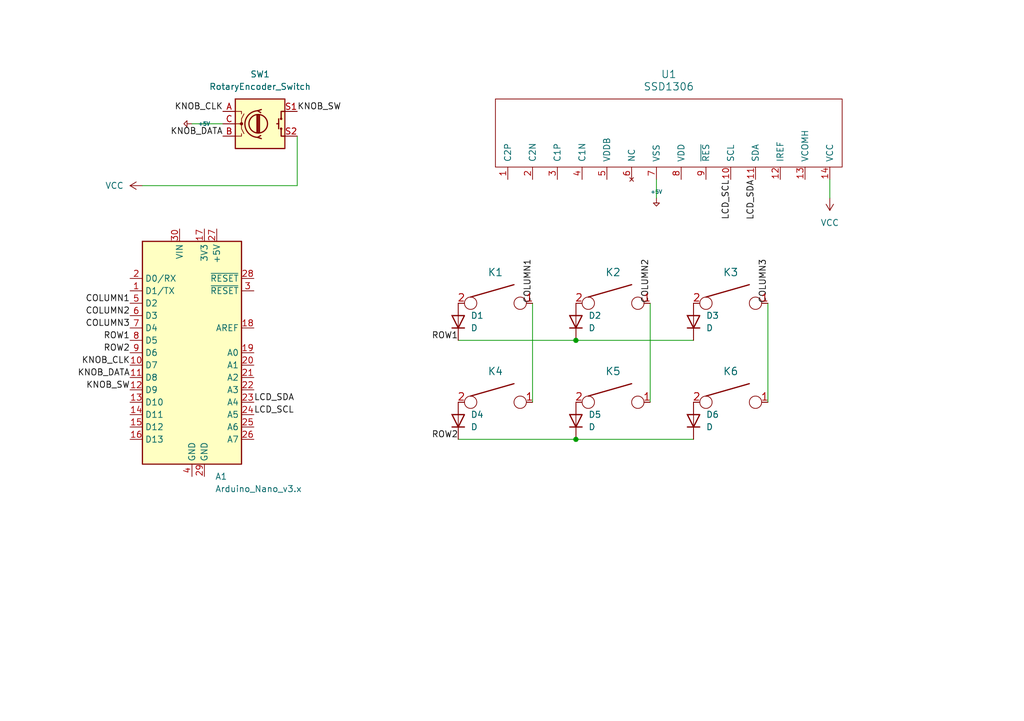
<source format=kicad_sch>
(kicad_sch (version 20230121) (generator eeschema)
  (paper "A5")
  (lib_symbols
    (symbol "Device:D" (pin_numbers hide) (pin_names (offset 1.016) hide)
      (property "Reference" "D" (at 0 2.54 0))
      (property "Value" "D" (at 0 -2.54 0))
      (symbol "D_0_1"
        (polyline (pts (xy -1.27 1.27) (xy -1.27 -1.27)) (stroke (width 0.254)))
        (polyline (pts (xy 1.27 0) (xy -1.27 0)))
        (polyline (pts (xy 1.27 1.27) (xy 1.27 -1.27) (xy -1.27 0) (xy 1.27 1.27)) (stroke (width 0.254)))
      )
      (symbol "D_1_1"
        (pin passive line (at -3.81 0 0) (length 2.54) (name "K") (number "1"))
        (pin passive line (at 3.81 0 180) (length 2.54) (name "A") (number "2"))
      )
    )
    (symbol "Device:RotaryEncoder_Switch" (pin_names (offset 0.254) hide)
      (property "Reference" "SW" (at 0 6.604 0))
      (property "Value" "RotaryEncoder_Switch" (at 0 -6.604 0))
      (symbol "RotaryEncoder_Switch_0_1"
        (rectangle (start -5.08 5.08) (end 5.08 -5.08) (stroke (width 0.254)) (fill (type background)))
        (circle (center -3.81 0) (radius 0.254) (fill (type outline)))
        (circle (center -0.381 0) (radius 1.905) (stroke (width 0.254)))
        (arc (start -0.381 2.667) (mid -3.0988 -0.0635) (end -0.381 -2.794) (stroke (width 0.254)))
        (polyline (pts (xy -0.635 -1.778) (xy -0.635 1.778)) (stroke (width 0.254)))
        (polyline (pts (xy -0.381 -1.778) (xy -0.381 1.778)) (stroke (width 0.254)))
        (polyline (pts (xy -0.127 1.778) (xy -0.127 -1.778)) (stroke (width 0.254)))
        (polyline (pts (xy 3.81 0) (xy 3.429 0)) (stroke (width 0.254)))
        (polyline (pts (xy 3.81 1.016) (xy 3.81 -1.016)) (stroke (width 0.254)))
        (polyline (pts (xy -5.08 -2.54) (xy -3.81 -2.54) (xy -3.81 -2.032)))
        (polyline (pts (xy -5.08 2.54) (xy -3.81 2.54) (xy -3.81 2.032)))
        (polyline (pts (xy 0.254 -3.048) (xy -0.508 -2.794) (xy 0.127 -2.413)) (stroke (width 0.254)))
        (polyline (pts (xy 0.254 2.921) (xy -0.508 2.667) (xy 0.127 2.286)) (stroke (width 0.254)))
        (polyline (pts (xy 5.08 -2.54) (xy 4.318 -2.54) (xy 4.318 -1.016)) (stroke (width 0.254)))
        (polyline (pts (xy 5.08 2.54) (xy 4.318 2.54) (xy 4.318 1.016)) (stroke (width 0.254)))
        (polyline (pts (xy -5.08 0) (xy -3.81 0) (xy -3.81 -1.016) (xy -3.302 -2.032)))
        (polyline (pts (xy -4.318 0) (xy -3.81 0) (xy -3.81 1.016) (xy -3.302 2.032)))
        (circle (center 4.318 -1.016) (radius 0.127) (stroke (width 0.254)))
        (circle (center 4.318 1.016) (radius 0.127) (stroke (width 0.254)))
      )
      (symbol "RotaryEncoder_Switch_1_1"
        (pin passive line (at -7.62 2.54 0) (length 2.54) (name "A") (number "A"))
        (pin passive line (at -7.62 -2.54 0) (length 2.54) (name "B") (number "B"))
        (pin passive line (at -7.62 0 0) (length 2.54) (name "C") (number "C"))
        (pin passive line (at 7.62 2.54 180) (length 2.54) (name "S1") (number "S1"))
        (pin passive line (at 7.62 -2.54 180) (length 2.54) (name "S2") (number "S2"))
      )
    )
    (symbol "MCU_Module:Arduino_Nano_v3.x"
      (property "Reference" "A" (at -10.16 23.495 0))
      (property "Value" "Arduino_Nano_v3.x" (at 5.08 -24.13 0))
      (symbol "Arduino_Nano_v3.x_0_1"
        (rectangle (start -10.16 22.86) (end 10.16 -22.86) (stroke (width 0.254)) (fill (type background)))
      )
      (symbol "Arduino_Nano_v3.x_1_1"
        (pin bidirectional line (at -12.7 12.7 0) (length 2.54) (name "D1/TX") (number "1"))
        (pin bidirectional line (at -12.7 -2.54 0) (length 2.54) (name "D7") (number "10"))
        (pin bidirectional line (at -12.7 -5.08 0) (length 2.54) (name "D8") (number "11"))
        (pin bidirectional line (at -12.7 -7.62 0) (length 2.54) (name "D9") (number "12"))
        (pin bidirectional line (at -12.7 -10.16 0) (length 2.54) (name "D10") (number "13"))
        (pin bidirectional line (at -12.7 -12.7 0) (length 2.54) (name "D11") (number "14"))
        (pin bidirectional line (at -12.7 -15.24 0) (length 2.54) (name "D12") (number "15"))
        (pin bidirectional line (at -12.7 -17.78 0) (length 2.54) (name "D13") (number "16"))
        (pin power_out line (at 2.54 25.4 270) (length 2.54) (name "3V3") (number "17"))
        (pin input line (at 12.7 5.08 180) (length 2.54) (name "AREF") (number "18"))
        (pin bidirectional line (at 12.7 0 180) (length 2.54) (name "A0") (number "19"))
        (pin bidirectional line (at -12.7 15.24 0) (length 2.54) (name "D0/RX") (number "2"))
        (pin bidirectional line (at 12.7 -2.54 180) (length 2.54) (name "A1") (number "20"))
        (pin bidirectional line (at 12.7 -5.08 180) (length 2.54) (name "A2") (number "21"))
        (pin bidirectional line (at 12.7 -7.62 180) (length 2.54) (name "A3") (number "22"))
        (pin bidirectional line (at 12.7 -10.16 180) (length 2.54) (name "A4") (number "23"))
        (pin bidirectional line (at 12.7 -12.7 180) (length 2.54) (name "A5") (number "24"))
        (pin bidirectional line (at 12.7 -15.24 180) (length 2.54) (name "A6") (number "25"))
        (pin bidirectional line (at 12.7 -17.78 180) (length 2.54) (name "A7") (number "26"))
        (pin power_out line (at 5.08 25.4 270) (length 2.54) (name "+5V") (number "27"))
        (pin input line (at 12.7 15.24 180) (length 2.54) (name "~{RESET}") (number "28"))
        (pin power_in line (at 2.54 -25.4 90) (length 2.54) (name "GND") (number "29"))
        (pin input line (at 12.7 12.7 180) (length 2.54) (name "~{RESET}") (number "3"))
        (pin power_in line (at -2.54 25.4 270) (length 2.54) (name "VIN") (number "30"))
        (pin power_in line (at 0 -25.4 90) (length 2.54) (name "GND") (number "4"))
        (pin bidirectional line (at -12.7 10.16 0) (length 2.54) (name "D2") (number "5"))
        (pin bidirectional line (at -12.7 7.62 0) (length 2.54) (name "D3") (number "6"))
        (pin bidirectional line (at -12.7 5.08 0) (length 2.54) (name "D4") (number "7"))
        (pin bidirectional line (at -12.7 2.54 0) (length 2.54) (name "D5") (number "8"))
        (pin bidirectional line (at -12.7 0 0) (length 2.54) (name "D6") (number "9"))
      )
    )
    (symbol "SSD1306_OLED-0.91-128x32:SSD1306" (pin_names (offset 1.016))
      (property "Reference" "U" (at 34.29 15.24 0))
      (property "Value" "SSD1306" (at -34.29 15.24 0))
      (symbol "SSD1306_0_1"
        (rectangle (start -35.56 16.51) (end 35.56 2.54))
      )
      (symbol "SSD1306_1_1"
        (pin input line (at -33.02 0 90) (length 2.54) (name "C2P") (number "1"))
        (pin input line (at 12.7 0 90) (length 2.54) (name "SCL") (number "10"))
        (pin input line (at 17.78 0 90) (length 2.54) (name "SDA") (number "11"))
        (pin input line (at 22.86 0 90) (length 2.54) (name "IREF") (number "12"))
        (pin input line (at 27.94 0 90) (length 2.54) (name "VCOMH") (number "13"))
        (pin input line (at 33.02 0 90) (length 2.54) (name "VCC") (number "14"))
        (pin input line (at -27.94 0 90) (length 2.54) (name "C2N") (number "2"))
        (pin input line (at -22.86 0 90) (length 2.54) (name "C1P") (number "3"))
        (pin input line (at -17.78 0 90) (length 2.54) (name "C1N") (number "4"))
        (pin input line (at -12.7 0 90) (length 2.54) (name "VDDB") (number "5"))
        (pin no_connect line (at -7.62 0 90) (length 2.54) (name "NC") (number "6"))
        (pin output line (at -2.54 0 90) (length 2.54) (name "VSS") (number "7"))
        (pin input line (at 2.54 0 90) (length 2.54) (name "VDD") (number "8"))
        (pin input line (at 7.62 0 90) (length 2.54) (name "~{RES}") (number "9"))
      )
    )
    (symbol "keyboard_parts:GND" (power) (pin_names (offset 0))
      (property "Value" "GND" (at 0 -2.54 0))
      (symbol "GND_0_0"
        (pin power_in line (at 0 0 90) (length 0) hide (name "+5V") (number "1"))
      )
      (symbol "GND_0_1"
        (polyline (pts (xy 0 -1.651) (xy 0.635 -1.016) (xy -0.635 -1.016) (xy 0 -1.651)))
      )
      (symbol "GND_1_1"
        (polyline (pts (xy 0 0) (xy 0 -1.016) (xy 0 -1.016)))
      )
    )
    (symbol "keyboard_parts:KEYSW" (pin_names (offset 1.016))
      (property "Reference" "K?" (at -1.27 0 0))
      (symbol "KEYSW_0_1"
        (circle (center -5.08 0) (radius 1.27))
        (polyline (pts (xy -5.08 1.27) (xy 3.81 3.81)) (stroke (width 0.254)))
        (circle (center 5.08 0) (radius 1.27))
      )
      (symbol "KEYSW_1_1"
        (pin passive line (at 7.62 0 180) (length 1.27) (name "~") (number "1"))
        (pin passive line (at -7.62 0 0) (length 1.27) (name "~") (number "2"))
      )
    )
    (symbol "power:VCC" (power) (pin_names (offset 0))
      (property "Value" "VCC" (at 0 3.81 0))
      (symbol "VCC_0_1"
        (polyline (pts (xy -0.762 1.27) (xy 0 2.54)))
        (polyline (pts (xy 0 0) (xy 0 2.54)))
        (polyline (pts (xy 0 2.54) (xy 0.762 1.27)))
      )
      (symbol "VCC_1_1"
        (pin power_in line (at 0 0 90) (length 0) hide (name "VCC") (number "1"))
      )
    )
  )
  (junction (at 118.11 69.85))
  (junction (at 118.11 90.17))
  (wire (pts (xy 60.96 38.1) (xy 60.96 27.94)))
  (wire (pts (xy 118.11 90.17) (xy 142.24 90.17)))
  (wire (pts (xy 133.35 62.23) (xy 133.35 82.55)))
  (wire (pts (xy 134.62 36.83) (xy 134.62 40.64)))
  (wire (pts (xy 170.18 36.83) (xy 170.18 40.64)))
  (wire (pts (xy 93.98 90.17) (xy 118.11 90.17)))
  (wire (pts (xy 93.98 69.85) (xy 118.11 69.85)))
  (wire (pts (xy 39.37 25.4) (xy 45.72 25.4)))
  (wire (pts (xy 109.22 62.23) (xy 109.22 82.55)))
  (wire (pts (xy 157.48 62.23) (xy 157.48 82.55)))
  (wire (pts (xy 118.11 69.85) (xy 142.24 69.85)))
  (wire (pts (xy 29.21 38.1) (xy 60.96 38.1)))
  (label "LCD_SDA" (at 154.94 36.83 270))
  (label "KNOB_SW" (at 60.96 22.86 0))
  (label "COLUMN1" (at 109.22 62.23 90))
  (label "ROW2" (at 93.98 90.17 180))
  (label "COLUMN3" (at 157.48 62.23 90))
  (label "KNOB_CLK" (at 26.67 74.93 180))
  (label "KNOB_DATA" (at 45.72 27.94 180))
  (label "COLUMN3" (at 26.67 67.31 180))
  (label "COLUMN1" (at 26.67 62.23 180))
  (label "ROW1" (at 93.98 69.85 180))
  (label "ROW1" (at 26.67 69.85 180))
  (label "LCD_SCL" (at 149.86 36.83 270))
  (label "LCD_SDA" (at 52.07 82.55 0))
  (label "KNOB_DATA" (at 26.67 77.47 180))
  (label "COLUMN2" (at 133.35 62.23 90))
  (label "COLUMN2" (at 26.67 64.77 180))
  (label "ROW2" (at 26.67 72.39 180))
  (label "KNOB_CLK" (at 45.72 22.86 180))
  (label "LCD_SCL" (at 52.07 85.09 0))
  (label "KNOB_SW" (at 26.67 80.01 180))
  (symbol (lib_id "keyboard_parts:KEYSW") (at 149.86 82.55 0) (unit 1)
    (property "Reference" "K6" (at 149.86 76.2 0) (effects (font (size 1.524 1.524))))
    (property "Value" "KEYSW" (effects hide))
  )
  (symbol (lib_id "keyboard_parts:GND") (at 39.37 25.4 270) (unit 1)
    (property "Reference" "#PWR01" (effects hide))
    (property "Value" "GND" (at 40.64 25.3999 90) (effects (font (size 0.762 0.762)) (justify left)))
  )
  (symbol (lib_id "keyboard_parts:KEYSW") (at 101.6 82.55 0) (unit 1)
    (property "Reference" "K4" (at 101.6 76.2 0) (effects (font (size 1.524 1.524))))
    (property "Value" "KEYSW" (effects hide))
  )
  (symbol (lib_id "keyboard_parts:KEYSW") (at 101.6 62.23 0) (unit 1)
    (property "Reference" "K1" (at 101.6 55.88 0) (effects (font (size 1.524 1.524))))
    (property "Value" "KEYSW" (effects hide))
  )
  (symbol (lib_id "power:VCC") (at 29.21 38.1 90) (unit 1)
    (property "Reference" "#PWR02" (effects hide))
    (property "Value" "VCC" (at 25.4 38.1 90) (effects (justify left)))
  )
  (symbol (lib_id "keyboard_parts:KEYSW") (at 125.73 62.23 0) (unit 1)
    (property "Reference" "K2" (at 125.73 55.88 0) (effects (font (size 1.524 1.524))))
    (property "Value" "KEYSW" (effects hide))
  )
  (symbol (lib_id "Device:RotaryEncoder_Switch") (at 53.34 25.4 0) (unit 1)
    (property "Reference" "SW1" (at 53.34 15.24 0))
    (property "Value" "RotaryEncoder_Switch" (at 53.34 17.78 0))
  )
  (symbol (lib_id "power:VCC") (at 170.18 40.64 180) (unit 1)
    (property "Reference" "#PWR04" (effects hide))
    (property "Value" "VCC" (at 170.18 45.72 0))
  )
  (symbol (lib_id "Device:D") (at 93.98 86.36 90) (unit 1)
    (property "Reference" "D4" (at 96.52 85.09 90) (effects (justify right)))
    (property "Value" "D" (at 96.52 87.63 90) (effects (justify right)))
    (property "Sim.Device" "D" (effects hide))
    (property "Sim.Pins" "1=K 2=A" (effects hide))
  )
  (symbol (lib_id "keyboard_parts:KEYSW") (at 125.73 82.55 0) (unit 1)
    (property "Reference" "K5" (at 125.73 76.2 0) (effects (font (size 1.524 1.524))))
    (property "Value" "KEYSW" (effects hide))
  )
  (symbol (lib_id "keyboard_parts:KEYSW") (at 149.86 62.23 0) (unit 1)
    (property "Reference" "K3" (at 149.86 55.88 0) (effects (font (size 1.524 1.524))))
    (property "Value" "KEYSW" (effects hide))
  )
  (symbol (lib_id "SSD1306_OLED-0.91-128x32:SSD1306") (at 137.16 36.83 0) (unit 1)
    (property "Reference" "U1" (at 137.16 15.24 0) (effects (font (size 1.524 1.524))))
    (property "Value" "SSD1306" (at 137.16 17.78 0) (effects (font (size 1.524 1.524))))
  )
  (symbol (lib_id "Device:D") (at 118.11 66.04 90) (unit 1)
    (property "Reference" "D2" (at 120.65 64.77 90) (effects (justify right)))
    (property "Value" "D" (at 120.65 67.31 90) (effects (justify right)))
    (property "Sim.Device" "D" (effects hide))
    (property "Sim.Pins" "1=K 2=A" (effects hide))
  )
  (symbol (lib_id "Device:D") (at 142.24 86.36 90) (unit 1)
    (property "Reference" "D6" (at 144.78 85.09 90) (effects (justify right)))
    (property "Value" "D" (at 144.78 87.63 90) (effects (justify right)))
    (property "Sim.Device" "D" (effects hide))
    (property "Sim.Pins" "1=K 2=A" (effects hide))
  )
  (symbol (lib_id "Device:D") (at 118.11 86.36 90) (unit 1)
    (property "Reference" "D5" (at 120.65 85.09 90) (effects (justify right)))
    (property "Value" "D" (at 120.65 87.63 90) (effects (justify right)))
    (property "Sim.Device" "D" (effects hide))
    (property "Sim.Pins" "1=K 2=A" (effects hide))
  )
  (symbol (lib_id "Device:D") (at 142.24 66.04 90) (unit 1)
    (property "Reference" "D3" (at 144.78 64.77 90) (effects (justify right)))
    (property "Value" "D" (at 144.78 67.31 90) (effects (justify right)))
    (property "Sim.Device" "D" (effects hide))
    (property "Sim.Pins" "1=K 2=A" (effects hide))
  )
  (symbol (lib_id "keyboard_parts:GND") (at 134.62 40.64 0) (unit 1)
    (property "Reference" "#PWR03" (effects hide))
    (property "Value" "GND" (at 134.62 39.37 0) (effects (font (size 0.762 0.762))))
  )
  (symbol (lib_id "MCU_Module:Arduino_Nano_v3.x") (at 39.37 72.39 0) (unit 1)
    (property "Reference" "A1" (at 44.1041 97.79 0) (effects (justify left)))
    (property "Value" "Arduino_Nano_v3.x" (at 44.1041 100.33 0) (effects (justify left)))
    (property "Footprint" "Module:Arduino_Nano" (effects hide))
    (property "Datasheet" "http://www.mouser.com/pdfdocs/Gravitech_Arduino_Nano3_0.pdf" (effects hide))
  )
  (symbol (lib_id "Device:D") (at 93.98 66.04 90) (unit 1)
    (property "Reference" "D1" (at 96.52 64.77 90) (effects (justify right)))
    (property "Value" "D" (at 96.52 67.31 90) (effects (justify right)))
    (property "Sim.Device" "D" (effects hide))
    (property "Sim.Pins" "1=K 2=A" (effects hide))
  )
)
</source>
